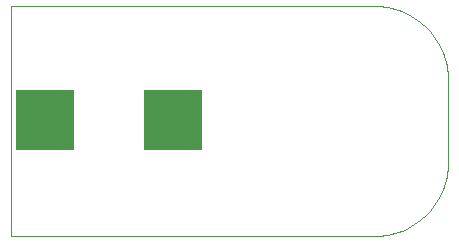
<source format=gbp>
G75*
G70*
%OFA0B0*%
%FSLAX24Y24*%
%IPPOS*%
%LPD*%
%AMOC8*
5,1,8,0,0,1.08239X$1,22.5*
%
%ADD10C,0.0000*%
%ADD11R,0.1969X0.2047*%
D10*
X000100Y000101D02*
X000100Y007779D01*
X012203Y007779D01*
X012320Y007776D01*
X012437Y007768D01*
X012554Y007754D01*
X012669Y007734D01*
X012784Y007710D01*
X012897Y007679D01*
X013009Y007643D01*
X013119Y007602D01*
X013227Y007556D01*
X013332Y007505D01*
X013435Y007449D01*
X013535Y007388D01*
X013632Y007322D01*
X013726Y007252D01*
X013817Y007177D01*
X013903Y007098D01*
X013986Y007015D01*
X014065Y006929D01*
X014140Y006838D01*
X014210Y006744D01*
X014276Y006647D01*
X014337Y006547D01*
X014393Y006444D01*
X014444Y006339D01*
X014490Y006231D01*
X014531Y006121D01*
X014567Y006009D01*
X014598Y005896D01*
X014622Y005781D01*
X014642Y005666D01*
X014656Y005549D01*
X014664Y005432D01*
X014667Y005315D01*
X014667Y002566D01*
X014664Y002449D01*
X014656Y002332D01*
X014642Y002215D01*
X014622Y002100D01*
X014598Y001985D01*
X014567Y001872D01*
X014531Y001760D01*
X014490Y001650D01*
X014444Y001542D01*
X014393Y001437D01*
X014337Y001334D01*
X014276Y001234D01*
X014210Y001137D01*
X014140Y001043D01*
X014065Y000952D01*
X013986Y000866D01*
X013903Y000783D01*
X013817Y000704D01*
X013726Y000629D01*
X013632Y000559D01*
X013535Y000493D01*
X013435Y000432D01*
X013332Y000376D01*
X013227Y000325D01*
X013119Y000279D01*
X013009Y000238D01*
X012897Y000202D01*
X012784Y000171D01*
X012669Y000147D01*
X012554Y000127D01*
X012437Y000113D01*
X012320Y000105D01*
X012203Y000102D01*
X012203Y000101D02*
X000100Y000101D01*
D11*
X001242Y003960D03*
X005513Y003960D03*
M02*

</source>
